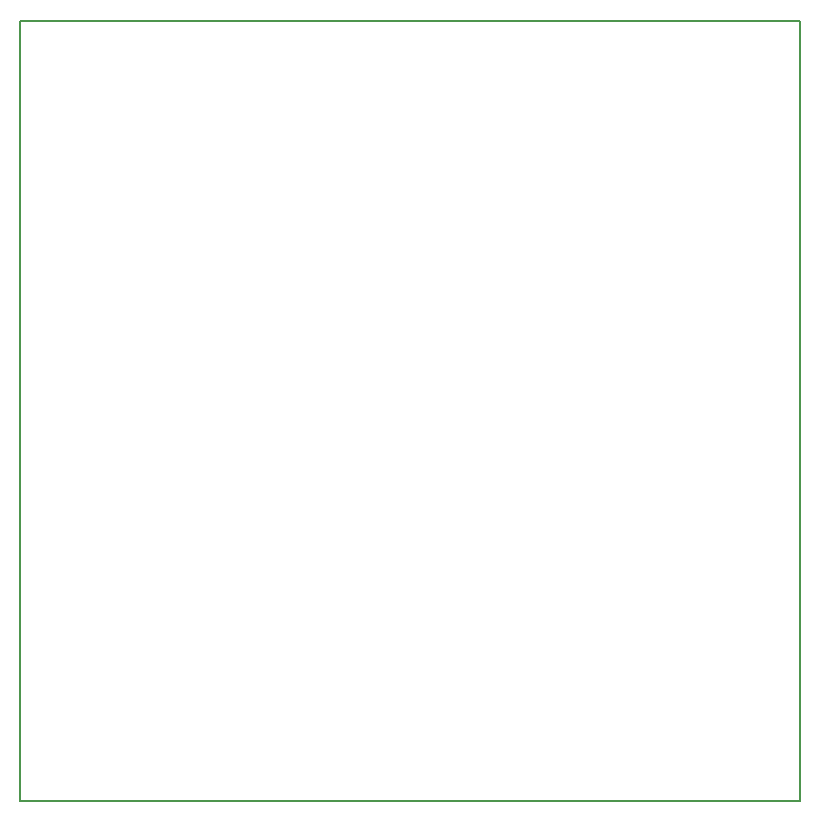
<source format=gbr>
G04 #@! TF.GenerationSoftware,KiCad,Pcbnew,(2016-12-16 revision f631ae2)-makepkg*
G04 #@! TF.CreationDate,2017-02-21T16:59:48-05:00*
G04 #@! TF.ProjectId,orc-esp1,6F72632D657370312E6B696361645F70,1*
G04 #@! TF.FileFunction,Profile,NP*
%FSLAX46Y46*%
G04 Gerber Fmt 4.6, Leading zero omitted, Abs format (unit mm)*
G04 Created by KiCad (PCBNEW (2016-12-16 revision f631ae2)-makepkg) date 02/21/17 16:59:48*
%MOMM*%
%LPD*%
G01*
G04 APERTURE LIST*
%ADD10C,0.100000*%
%ADD11C,0.150000*%
G04 APERTURE END LIST*
D10*
D11*
X104140000Y-76200000D02*
X104140000Y-142240000D01*
X170180000Y-142240000D02*
X104140000Y-142240000D01*
X170180000Y-76200000D02*
X170180000Y-142240000D01*
X104140000Y-76200000D02*
X170180000Y-76200000D01*
M02*

</source>
